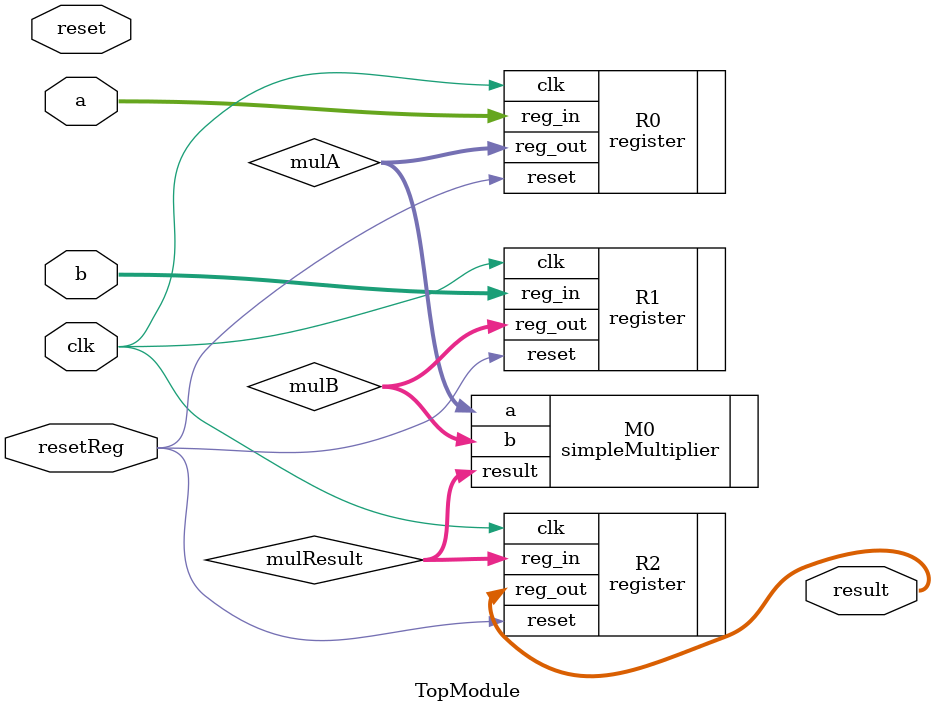
<source format=v>
module TopModule (
    input wire clk,
    input wire [31:0] a,
    input wire [31:0] b,
    input  wire reset ,
    input wire resetReg,
    output wire [63:0] result
);
wire [31:0] mulA;
wire [31:0] mulB;
wire [63:0] mulResult;

register #(.N(32)) R0(.clk(clk),.reset(resetReg),.reg_in(a),.reg_out(mulA));
register #(.N(32)) R1(.clk(clk),.reset(resetReg),.reg_in(b),.reg_out(mulB));


simpleMultiplier M0(.a(mulA),.b(mulB),.result(mulResult));

register #(.N(64)) R2(.clk(clk),.reset(resetReg),.reg_in(mulResult),.reg_out(result));
    
endmodule

// verilog multiplier top module
</source>
